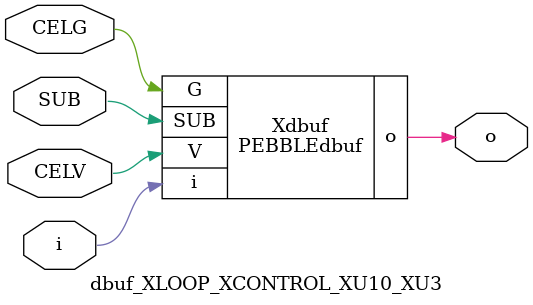
<source format=v>



module PEBBLEdbuf ( o, G, SUB, V, i );

  input V;
  input i;
  input G;
  output o;
  input SUB;
endmodule

//Celera Confidential Do Not Copy dbuf_XLOOP_XCONTROL_XU10_XU3
//Celera Confidential Symbol Generator
//Digital Buffer
module dbuf_XLOOP_XCONTROL_XU10_XU3 (CELV,CELG,i,o,SUB);
input CELV;
input CELG;
input i;
input SUB;
output o;

//Celera Confidential Do Not Copy dbuf
PEBBLEdbuf Xdbuf(
.V (CELV),
.i (i),
.o (o),
.SUB (SUB),
.G (CELG)
);
//,diesize,PEBBLEdbuf

//Celera Confidential Do Not Copy Module End
//Celera Schematic Generator
endmodule

</source>
